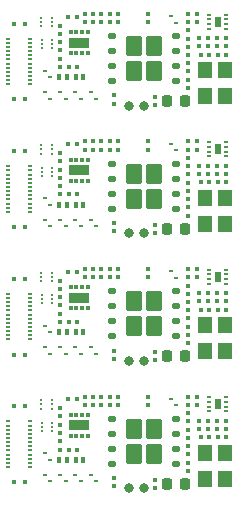
<source format=gbp>
G04 #@! TF.GenerationSoftware,KiCad,Pcbnew,9.0.0*
G04 #@! TF.CreationDate,2025-02-22T20:49:31-05:00*
G04 #@! TF.ProjectId,panel,70616e65-6c2e-46b6-9963-61645f706362,v0.0.2*
G04 #@! TF.SameCoordinates,Original*
G04 #@! TF.FileFunction,Paste,Bot*
G04 #@! TF.FilePolarity,Positive*
%FSLAX46Y46*%
G04 Gerber Fmt 4.6, Leading zero omitted, Abs format (unit mm)*
G04 Created by KiCad (PCBNEW 9.0.0) date 2025-02-22 20:49:31*
%MOMM*%
%LPD*%
G01*
G04 APERTURE LIST*
G04 Aperture macros list*
%AMRoundRect*
0 Rectangle with rounded corners*
0 $1 Rounding radius*
0 $2 $3 $4 $5 $6 $7 $8 $9 X,Y pos of 4 corners*
0 Add a 4 corners polygon primitive as box body*
4,1,4,$2,$3,$4,$5,$6,$7,$8,$9,$2,$3,0*
0 Add four circle primitives for the rounded corners*
1,1,$1+$1,$2,$3*
1,1,$1+$1,$4,$5*
1,1,$1+$1,$6,$7*
1,1,$1+$1,$8,$9*
0 Add four rect primitives between the rounded corners*
20,1,$1+$1,$2,$3,$4,$5,0*
20,1,$1+$1,$4,$5,$6,$7,0*
20,1,$1+$1,$6,$7,$8,$9,0*
20,1,$1+$1,$8,$9,$2,$3,0*%
G04 Aperture macros list end*
%ADD10RoundRect,0.079500X-0.100500X0.079500X-0.100500X-0.079500X0.100500X-0.079500X0.100500X0.079500X0*%
%ADD11R,0.280000X0.100000*%
%ADD12R,0.350000X0.150000*%
%ADD13RoundRect,0.050000X0.050000X0.050000X-0.050000X0.050000X-0.050000X-0.050000X0.050000X-0.050000X0*%
%ADD14RoundRect,0.079500X0.100500X-0.079500X0.100500X0.079500X-0.100500X0.079500X-0.100500X-0.079500X0*%
%ADD15R,0.350000X0.600000*%
%ADD16RoundRect,0.079500X0.079500X0.100500X-0.079500X0.100500X-0.079500X-0.100500X0.079500X-0.100500X0*%
%ADD17R,0.400000X0.180000*%
%ADD18R,0.380000X0.400000*%
%ADD19R,0.400000X0.200000*%
%ADD20R,0.500000X0.900000*%
%ADD21C,0.800000*%
%ADD22RoundRect,0.250000X0.435000X0.615000X-0.435000X0.615000X-0.435000X-0.615000X0.435000X-0.615000X0*%
%ADD23RoundRect,0.125000X0.250000X0.125000X-0.250000X0.125000X-0.250000X-0.125000X0.250000X-0.125000X0*%
%ADD24RoundRect,0.225000X0.225000X0.250000X-0.225000X0.250000X-0.225000X-0.250000X0.225000X-0.250000X0*%
%ADD25RoundRect,0.079500X-0.079500X-0.100500X0.079500X-0.100500X0.079500X0.100500X-0.079500X0.100500X0*%
%ADD26R,0.300000X0.450000*%
%ADD27R,1.700000X0.900000*%
%ADD28R,1.200000X1.400000*%
G04 APERTURE END LIST*
D10*
G04 #@! TO.C,R8*
X33710000Y-25615000D03*
X33710000Y-26305000D03*
G04 #@! TD*
G04 #@! TO.C,R3*
X41980000Y-16875000D03*
X41980000Y-17565000D03*
G04 #@! TD*
G04 #@! TO.C,C5*
X41010000Y-42005000D03*
X41010000Y-42695000D03*
G04 #@! TD*
D11*
G04 #@! TO.C,Q5*
X30710000Y-32180000D03*
X30710000Y-32480000D03*
D12*
X30680000Y-32800000D03*
D11*
X30170000Y-32880000D03*
X30170000Y-32580000D03*
D12*
X30200000Y-32250000D03*
G04 #@! TD*
D11*
G04 #@! TO.C,Q7*
X32010000Y-32180000D03*
X32010000Y-32480000D03*
D12*
X31980000Y-32800000D03*
D11*
X31470000Y-32880000D03*
X31470000Y-32580000D03*
D12*
X31500000Y-32250000D03*
G04 #@! TD*
D11*
G04 #@! TO.C,Q2*
X29420000Y-19550000D03*
X29420000Y-19850000D03*
D12*
X29390000Y-20170000D03*
D11*
X28880000Y-20250000D03*
X28880000Y-19950000D03*
D12*
X28910000Y-19620000D03*
G04 #@! TD*
D13*
G04 #@! TO.C,Q3*
X29540000Y-27830000D03*
X29540000Y-28180000D03*
X29540000Y-28530000D03*
X28640000Y-28530000D03*
X28640000Y-28180000D03*
X28640000Y-27830000D03*
G04 #@! TD*
D14*
G04 #@! TO.C,C13*
X34780000Y-33215000D03*
X34780000Y-32525000D03*
G04 #@! TD*
D15*
G04 #@! TO.C,D5*
X31525000Y-52570000D03*
X32175000Y-52570000D03*
G04 #@! TD*
D14*
G04 #@! TO.C,C6*
X41010000Y-19695000D03*
X41010000Y-19005000D03*
G04 #@! TD*
D10*
G04 #@! TO.C,R1*
X43500000Y-49275000D03*
X43500000Y-49965000D03*
G04 #@! TD*
D11*
G04 #@! TO.C,Q6*
X29410000Y-53780000D03*
X29410000Y-54080000D03*
D12*
X29380000Y-54400000D03*
D11*
X28870000Y-54480000D03*
X28870000Y-54180000D03*
D12*
X28900000Y-53850000D03*
G04 #@! TD*
D16*
G04 #@! TO.C,R5*
X42835000Y-39870000D03*
X42145000Y-39870000D03*
G04 #@! TD*
D14*
G04 #@! TO.C,C15*
X35110000Y-26305000D03*
X35110000Y-25615000D03*
G04 #@! TD*
D16*
G04 #@! TO.C,R7*
X33005000Y-36420000D03*
X32315000Y-36420000D03*
G04 #@! TD*
D17*
G04 #@! TO.C,J3*
X27700000Y-16920000D03*
X27700000Y-17270000D03*
X27700000Y-17630000D03*
X27700000Y-17980000D03*
X27700000Y-18330000D03*
X27700000Y-18680000D03*
X27700000Y-19030000D03*
X27700000Y-19380000D03*
X27700000Y-19730000D03*
X27700000Y-20080000D03*
X27700000Y-20430000D03*
X27700000Y-20780000D03*
X25800000Y-20780000D03*
X25800000Y-20430000D03*
X25800000Y-20080000D03*
X25800000Y-19730000D03*
X25800000Y-19380000D03*
X25800000Y-19030000D03*
X25800000Y-18680000D03*
X25800000Y-18330000D03*
X25800000Y-17980000D03*
X25800000Y-17630000D03*
X25800000Y-17270000D03*
X25800000Y-16920000D03*
D18*
X27230000Y-15650000D03*
X26270000Y-15650000D03*
X27230000Y-22060000D03*
X26270000Y-22060000D03*
G04 #@! TD*
D14*
G04 #@! TO.C,C3*
X34410000Y-26305000D03*
X34410000Y-25615000D03*
G04 #@! TD*
D11*
G04 #@! TO.C,Q1*
X40089896Y-14950000D03*
X40089896Y-15250000D03*
D12*
X40059896Y-15570000D03*
D11*
X39549896Y-15650000D03*
X39549896Y-15350000D03*
D12*
X39579896Y-15020000D03*
G04 #@! TD*
D10*
G04 #@! TO.C,C5*
X41010000Y-52805000D03*
X41010000Y-53495000D03*
G04 #@! TD*
D16*
G04 #@! TO.C,R7*
X33005000Y-14820000D03*
X32315000Y-14820000D03*
G04 #@! TD*
D19*
G04 #@! TO.C,U1*
X44250000Y-47275000D03*
X44250000Y-47675000D03*
X44250000Y-48075000D03*
X44250000Y-48475000D03*
X42850000Y-48475000D03*
X42850000Y-48075000D03*
X42850000Y-47675000D03*
X42850000Y-47275000D03*
D20*
X43550000Y-47875000D03*
G04 #@! TD*
D21*
G04 #@! TO.C,J2*
X37330000Y-22580000D03*
G04 #@! TD*
D16*
G04 #@! TO.C,R17*
X31615000Y-51710000D03*
X30925000Y-51710000D03*
G04 #@! TD*
D11*
G04 #@! TO.C,Q8*
X33310000Y-42980000D03*
X33310000Y-43280000D03*
D12*
X33280000Y-43600000D03*
D11*
X32770000Y-43680000D03*
X32770000Y-43380000D03*
D12*
X32800000Y-43050000D03*
G04 #@! TD*
D16*
G04 #@! TO.C,R17*
X31615000Y-30110000D03*
X30925000Y-30110000D03*
G04 #@! TD*
D13*
G04 #@! TO.C,Q4*
X29520000Y-36740000D03*
X29520000Y-37090000D03*
X29520000Y-37440000D03*
X28620000Y-37440000D03*
X28620000Y-37090000D03*
X28620000Y-36740000D03*
G04 #@! TD*
D10*
G04 #@! TO.C,R19*
X30240000Y-26615000D03*
X30240000Y-27305000D03*
G04 #@! TD*
G04 #@! TO.C,R2*
X44230000Y-16875000D03*
X44230000Y-17565000D03*
G04 #@! TD*
D21*
G04 #@! TO.C,J2*
X37330000Y-54980000D03*
G04 #@! TD*
D22*
G04 #@! TO.C,U3*
X38180000Y-19685000D03*
X38180000Y-17535000D03*
X36480000Y-19685000D03*
X36480000Y-17535000D03*
D23*
X40030000Y-16705000D03*
X40030000Y-17975000D03*
X40030000Y-19245000D03*
X40030000Y-20515000D03*
X34630000Y-20515000D03*
X34630000Y-19245000D03*
X34630000Y-17975000D03*
X34630000Y-16705000D03*
G04 #@! TD*
D16*
G04 #@! TO.C,C20*
X33005000Y-37120000D03*
X32315000Y-37120000D03*
G04 #@! TD*
D10*
G04 #@! TO.C,C1*
X41830000Y-14815000D03*
X41830000Y-15505000D03*
G04 #@! TD*
D16*
G04 #@! TO.C,R7*
X33005000Y-47220000D03*
X32315000Y-47220000D03*
G04 #@! TD*
D13*
G04 #@! TO.C,Q4*
X29520000Y-15140000D03*
X29520000Y-15490000D03*
X29520000Y-15840000D03*
X28620000Y-15840000D03*
X28620000Y-15490000D03*
X28620000Y-15140000D03*
G04 #@! TD*
D14*
G04 #@! TO.C,R16*
X30220000Y-51705000D03*
X30220000Y-51015000D03*
G04 #@! TD*
D11*
G04 #@! TO.C,Q8*
X33310000Y-53780000D03*
X33310000Y-54080000D03*
D12*
X33280000Y-54400000D03*
D11*
X32770000Y-54480000D03*
X32770000Y-54180000D03*
D12*
X32800000Y-53850000D03*
G04 #@! TD*
D15*
G04 #@! TO.C,D6*
X30775000Y-30970000D03*
X30125000Y-30970000D03*
G04 #@! TD*
D10*
G04 #@! TO.C,C16*
X38220000Y-21855000D03*
X38220000Y-22545000D03*
G04 #@! TD*
G04 #@! TO.C,R3*
X41980000Y-27675000D03*
X41980000Y-28365000D03*
G04 #@! TD*
D21*
G04 #@! TO.C,J2*
X37330000Y-33380000D03*
G04 #@! TD*
D14*
G04 #@! TO.C,C6*
X41010000Y-30495000D03*
X41010000Y-29805000D03*
G04 #@! TD*
D11*
G04 #@! TO.C,Q8*
X33310000Y-21380000D03*
X33310000Y-21680000D03*
D12*
X33280000Y-22000000D03*
D11*
X32770000Y-22080000D03*
X32770000Y-21780000D03*
D12*
X32800000Y-21450000D03*
G04 #@! TD*
D14*
G04 #@! TO.C,C6*
X41010000Y-41295000D03*
X41010000Y-40605000D03*
G04 #@! TD*
D10*
G04 #@! TO.C,C5*
X41010000Y-31205000D03*
X41010000Y-31895000D03*
G04 #@! TD*
G04 #@! TO.C,C1*
X41830000Y-25615000D03*
X41830000Y-26305000D03*
G04 #@! TD*
G04 #@! TO.C,R4*
X42700000Y-38475000D03*
X42700000Y-39165000D03*
G04 #@! TD*
D11*
G04 #@! TO.C,Q2*
X29420000Y-51950000D03*
X29420000Y-52250000D03*
D12*
X29390000Y-52570000D03*
D11*
X28880000Y-52650000D03*
X28880000Y-52350000D03*
D12*
X28910000Y-52020000D03*
G04 #@! TD*
D10*
G04 #@! TO.C,R4*
X42700000Y-49275000D03*
X42700000Y-49965000D03*
G04 #@! TD*
D16*
G04 #@! TO.C,C20*
X33005000Y-26320000D03*
X32315000Y-26320000D03*
G04 #@! TD*
D10*
G04 #@! TO.C,R19*
X30240000Y-15815000D03*
X30240000Y-16505000D03*
G04 #@! TD*
D14*
G04 #@! TO.C,C12*
X37650000Y-15505000D03*
X37650000Y-14815000D03*
G04 #@! TD*
D11*
G04 #@! TO.C,Q5*
X30710000Y-21380000D03*
X30710000Y-21680000D03*
D12*
X30680000Y-22000000D03*
D11*
X30170000Y-22080000D03*
X30170000Y-21780000D03*
D12*
X30200000Y-21450000D03*
G04 #@! TD*
D11*
G04 #@! TO.C,Q5*
X30710000Y-53780000D03*
X30710000Y-54080000D03*
D12*
X30680000Y-54400000D03*
D11*
X30170000Y-54480000D03*
X30170000Y-54180000D03*
D12*
X30200000Y-53850000D03*
G04 #@! TD*
D11*
G04 #@! TO.C,Q1*
X40089896Y-47350000D03*
X40089896Y-47650000D03*
D12*
X40059896Y-47970000D03*
D11*
X39549896Y-48050000D03*
X39549896Y-47750000D03*
D12*
X39579896Y-47420000D03*
G04 #@! TD*
D14*
G04 #@! TO.C,R15*
X41010000Y-37105000D03*
X41010000Y-36415000D03*
G04 #@! TD*
D10*
G04 #@! TO.C,R2*
X44230000Y-27675000D03*
X44230000Y-28365000D03*
G04 #@! TD*
G04 #@! TO.C,R3*
X41980000Y-38475000D03*
X41980000Y-39165000D03*
G04 #@! TD*
D24*
G04 #@! TO.C,C2*
X40825000Y-54600000D03*
X39275000Y-54600000D03*
G04 #@! TD*
D25*
G04 #@! TO.C,R12*
X30915000Y-47440000D03*
X31605000Y-47440000D03*
G04 #@! TD*
D26*
G04 #@! TO.C,U6*
X32590000Y-18150000D03*
X32090000Y-18150000D03*
X31590000Y-18150000D03*
X31090000Y-18150000D03*
X31090000Y-16350000D03*
X31590000Y-16350000D03*
X32090000Y-16350000D03*
X32590000Y-16350000D03*
D27*
X31840000Y-17250000D03*
G04 #@! TD*
D21*
G04 #@! TO.C,J1*
X36050000Y-22580000D03*
G04 #@! TD*
D16*
G04 #@! TO.C,R5*
X42835000Y-29070000D03*
X42145000Y-29070000D03*
G04 #@! TD*
D14*
G04 #@! TO.C,C15*
X35110000Y-47905000D03*
X35110000Y-47215000D03*
G04 #@! TD*
G04 #@! TO.C,C13*
X34780000Y-54815000D03*
X34780000Y-54125000D03*
G04 #@! TD*
D15*
G04 #@! TO.C,D5*
X31525000Y-30970000D03*
X32175000Y-30970000D03*
G04 #@! TD*
D28*
G04 #@! TO.C,Y1*
X42440000Y-43400000D03*
X42440000Y-41200000D03*
X44140000Y-41200000D03*
X44140000Y-43400000D03*
G04 #@! TD*
D25*
G04 #@! TO.C,R12*
X30915000Y-15040000D03*
X31605000Y-15040000D03*
G04 #@! TD*
D28*
G04 #@! TO.C,Y1*
X42440000Y-32600000D03*
X42440000Y-30400000D03*
X44140000Y-30400000D03*
X44140000Y-32600000D03*
G04 #@! TD*
D14*
G04 #@! TO.C,C12*
X37650000Y-47905000D03*
X37650000Y-47215000D03*
G04 #@! TD*
D22*
G04 #@! TO.C,U3*
X38180000Y-30485000D03*
X38180000Y-28335000D03*
X36480000Y-30485000D03*
X36480000Y-28335000D03*
D23*
X40030000Y-27505000D03*
X40030000Y-28775000D03*
X40030000Y-30045000D03*
X40030000Y-31315000D03*
X34630000Y-31315000D03*
X34630000Y-30045000D03*
X34630000Y-28775000D03*
X34630000Y-27505000D03*
G04 #@! TD*
D11*
G04 #@! TO.C,Q5*
X30710000Y-42980000D03*
X30710000Y-43280000D03*
D12*
X30680000Y-43600000D03*
D11*
X30170000Y-43680000D03*
X30170000Y-43380000D03*
D12*
X30200000Y-43050000D03*
G04 #@! TD*
D16*
G04 #@! TO.C,C20*
X33005000Y-47920000D03*
X32315000Y-47920000D03*
G04 #@! TD*
D10*
G04 #@! TO.C,R8*
X33710000Y-36415000D03*
X33710000Y-37105000D03*
G04 #@! TD*
G04 #@! TO.C,R2*
X44230000Y-49275000D03*
X44230000Y-49965000D03*
G04 #@! TD*
G04 #@! TO.C,R4*
X42700000Y-16875000D03*
X42700000Y-17565000D03*
G04 #@! TD*
G04 #@! TO.C,R1*
X43500000Y-16875000D03*
X43500000Y-17565000D03*
G04 #@! TD*
D19*
G04 #@! TO.C,U1*
X44250000Y-36475000D03*
X44250000Y-36875000D03*
X44250000Y-37275000D03*
X44250000Y-37675000D03*
X42850000Y-37675000D03*
X42850000Y-37275000D03*
X42850000Y-36875000D03*
X42850000Y-36475000D03*
D20*
X43550000Y-37075000D03*
G04 #@! TD*
D10*
G04 #@! TO.C,R19*
X30240000Y-48215000D03*
X30240000Y-48905000D03*
G04 #@! TD*
D15*
G04 #@! TO.C,D5*
X31525000Y-41770000D03*
X32175000Y-41770000D03*
G04 #@! TD*
D24*
G04 #@! TO.C,C2*
X40825000Y-22200000D03*
X39275000Y-22200000D03*
G04 #@! TD*
D16*
G04 #@! TO.C,C20*
X33005000Y-15520000D03*
X32315000Y-15520000D03*
G04 #@! TD*
D15*
G04 #@! TO.C,D6*
X30775000Y-52570000D03*
X30125000Y-52570000D03*
G04 #@! TD*
D17*
G04 #@! TO.C,J3*
X27700000Y-49320000D03*
X27700000Y-49670000D03*
X27700000Y-50030000D03*
X27700000Y-50380000D03*
X27700000Y-50730000D03*
X27700000Y-51080000D03*
X27700000Y-51430000D03*
X27700000Y-51780000D03*
X27700000Y-52130000D03*
X27700000Y-52480000D03*
X27700000Y-52830000D03*
X27700000Y-53180000D03*
X25800000Y-53180000D03*
X25800000Y-52830000D03*
X25800000Y-52480000D03*
X25800000Y-52130000D03*
X25800000Y-51780000D03*
X25800000Y-51430000D03*
X25800000Y-51080000D03*
X25800000Y-50730000D03*
X25800000Y-50380000D03*
X25800000Y-50030000D03*
X25800000Y-49670000D03*
X25800000Y-49320000D03*
D18*
X27230000Y-48050000D03*
X26270000Y-48050000D03*
X27230000Y-54460000D03*
X26270000Y-54460000D03*
G04 #@! TD*
D14*
G04 #@! TO.C,R15*
X41010000Y-15505000D03*
X41010000Y-14815000D03*
G04 #@! TD*
D10*
G04 #@! TO.C,R8*
X33710000Y-47215000D03*
X33710000Y-47905000D03*
G04 #@! TD*
D16*
G04 #@! TO.C,R7*
X33005000Y-25620000D03*
X32315000Y-25620000D03*
G04 #@! TD*
D11*
G04 #@! TO.C,Q1*
X40089896Y-25750000D03*
X40089896Y-26050000D03*
D12*
X40059896Y-26370000D03*
D11*
X39549896Y-26450000D03*
X39549896Y-26150000D03*
D12*
X39579896Y-25820000D03*
G04 #@! TD*
D17*
G04 #@! TO.C,J3*
X27700000Y-38520000D03*
X27700000Y-38870000D03*
X27700000Y-39230000D03*
X27700000Y-39580000D03*
X27700000Y-39930000D03*
X27700000Y-40280000D03*
X27700000Y-40630000D03*
X27700000Y-40980000D03*
X27700000Y-41330000D03*
X27700000Y-41680000D03*
X27700000Y-42030000D03*
X27700000Y-42380000D03*
X25800000Y-42380000D03*
X25800000Y-42030000D03*
X25800000Y-41680000D03*
X25800000Y-41330000D03*
X25800000Y-40980000D03*
X25800000Y-40630000D03*
X25800000Y-40280000D03*
X25800000Y-39930000D03*
X25800000Y-39580000D03*
X25800000Y-39230000D03*
X25800000Y-38870000D03*
X25800000Y-38520000D03*
D18*
X27230000Y-37250000D03*
X26270000Y-37250000D03*
X27230000Y-43660000D03*
X26270000Y-43660000D03*
G04 #@! TD*
D11*
G04 #@! TO.C,Q6*
X29410000Y-42980000D03*
X29410000Y-43280000D03*
D12*
X29380000Y-43600000D03*
D11*
X28870000Y-43680000D03*
X28870000Y-43380000D03*
D12*
X28900000Y-43050000D03*
G04 #@! TD*
D14*
G04 #@! TO.C,R15*
X41010000Y-47905000D03*
X41010000Y-47215000D03*
G04 #@! TD*
D11*
G04 #@! TO.C,Q7*
X32010000Y-42980000D03*
X32010000Y-43280000D03*
D12*
X31980000Y-43600000D03*
D11*
X31470000Y-43680000D03*
X31470000Y-43380000D03*
D12*
X31500000Y-43050000D03*
G04 #@! TD*
D10*
G04 #@! TO.C,R6*
X41010000Y-37815000D03*
X41010000Y-38505000D03*
G04 #@! TD*
D11*
G04 #@! TO.C,Q2*
X29420000Y-41150000D03*
X29420000Y-41450000D03*
D12*
X29390000Y-41770000D03*
D11*
X28880000Y-41850000D03*
X28880000Y-41550000D03*
D12*
X28910000Y-41220000D03*
G04 #@! TD*
D19*
G04 #@! TO.C,U1*
X44250000Y-14875000D03*
X44250000Y-15275000D03*
X44250000Y-15675000D03*
X44250000Y-16075000D03*
X42850000Y-16075000D03*
X42850000Y-15675000D03*
X42850000Y-15275000D03*
X42850000Y-14875000D03*
D20*
X43550000Y-15475000D03*
G04 #@! TD*
D11*
G04 #@! TO.C,Q7*
X32010000Y-21380000D03*
X32010000Y-21680000D03*
D12*
X31980000Y-22000000D03*
D11*
X31470000Y-22080000D03*
X31470000Y-21780000D03*
D12*
X31500000Y-21450000D03*
G04 #@! TD*
D26*
G04 #@! TO.C,U6*
X32590000Y-39750000D03*
X32090000Y-39750000D03*
X31590000Y-39750000D03*
X31090000Y-39750000D03*
X31090000Y-37950000D03*
X31590000Y-37950000D03*
X32090000Y-37950000D03*
X32590000Y-37950000D03*
D27*
X31840000Y-38850000D03*
G04 #@! TD*
D14*
G04 #@! TO.C,C3*
X34410000Y-15505000D03*
X34410000Y-14815000D03*
G04 #@! TD*
D10*
G04 #@! TO.C,R19*
X30240000Y-37415000D03*
X30240000Y-38105000D03*
G04 #@! TD*
D21*
G04 #@! TO.C,J1*
X36050000Y-44180000D03*
G04 #@! TD*
D17*
G04 #@! TO.C,J3*
X27700000Y-27720000D03*
X27700000Y-28070000D03*
X27700000Y-28430000D03*
X27700000Y-28780000D03*
X27700000Y-29130000D03*
X27700000Y-29480000D03*
X27700000Y-29830000D03*
X27700000Y-30180000D03*
X27700000Y-30530000D03*
X27700000Y-30880000D03*
X27700000Y-31230000D03*
X27700000Y-31580000D03*
X25800000Y-31580000D03*
X25800000Y-31230000D03*
X25800000Y-30880000D03*
X25800000Y-30530000D03*
X25800000Y-30180000D03*
X25800000Y-29830000D03*
X25800000Y-29480000D03*
X25800000Y-29130000D03*
X25800000Y-28780000D03*
X25800000Y-28430000D03*
X25800000Y-28070000D03*
X25800000Y-27720000D03*
D18*
X27230000Y-26450000D03*
X26270000Y-26450000D03*
X27230000Y-32860000D03*
X26270000Y-32860000D03*
G04 #@! TD*
D26*
G04 #@! TO.C,U6*
X32590000Y-50550000D03*
X32090000Y-50550000D03*
X31590000Y-50550000D03*
X31090000Y-50550000D03*
X31090000Y-48750000D03*
X31590000Y-48750000D03*
X32090000Y-48750000D03*
X32590000Y-48750000D03*
D27*
X31840000Y-49650000D03*
G04 #@! TD*
D14*
G04 #@! TO.C,C3*
X34410000Y-37105000D03*
X34410000Y-36415000D03*
G04 #@! TD*
G04 #@! TO.C,C11*
X41009891Y-39902149D03*
X41009891Y-39212149D03*
G04 #@! TD*
D16*
G04 #@! TO.C,R17*
X31615000Y-19310000D03*
X30925000Y-19310000D03*
G04 #@! TD*
G04 #@! TO.C,C4*
X44235000Y-18270000D03*
X43545000Y-18270000D03*
G04 #@! TD*
D10*
G04 #@! TO.C,R1*
X43500000Y-38475000D03*
X43500000Y-39165000D03*
G04 #@! TD*
D14*
G04 #@! TO.C,C11*
X41009891Y-18302149D03*
X41009891Y-17612149D03*
G04 #@! TD*
D28*
G04 #@! TO.C,Y1*
X42440000Y-54200000D03*
X42440000Y-52000000D03*
X44140000Y-52000000D03*
X44140000Y-54200000D03*
G04 #@! TD*
D14*
G04 #@! TO.C,C13*
X34780000Y-22415000D03*
X34780000Y-21725000D03*
G04 #@! TD*
D11*
G04 #@! TO.C,Q7*
X32010000Y-53780000D03*
X32010000Y-54080000D03*
D12*
X31980000Y-54400000D03*
D11*
X31470000Y-54480000D03*
X31470000Y-54180000D03*
D12*
X31500000Y-53850000D03*
G04 #@! TD*
D16*
G04 #@! TO.C,R5*
X42835000Y-18270000D03*
X42145000Y-18270000D03*
G04 #@! TD*
G04 #@! TO.C,C4*
X44235000Y-50670000D03*
X43545000Y-50670000D03*
G04 #@! TD*
D21*
G04 #@! TO.C,J2*
X37330000Y-44180000D03*
G04 #@! TD*
D13*
G04 #@! TO.C,Q3*
X29540000Y-49430000D03*
X29540000Y-49780000D03*
X29540000Y-50130000D03*
X28640000Y-50130000D03*
X28640000Y-49780000D03*
X28640000Y-49430000D03*
G04 #@! TD*
D16*
G04 #@! TO.C,C4*
X44235000Y-39870000D03*
X43545000Y-39870000D03*
G04 #@! TD*
D14*
G04 #@! TO.C,C15*
X35110000Y-15505000D03*
X35110000Y-14815000D03*
G04 #@! TD*
D11*
G04 #@! TO.C,Q1*
X40089896Y-36550000D03*
X40089896Y-36850000D03*
D12*
X40059896Y-37170000D03*
D11*
X39549896Y-37250000D03*
X39549896Y-36950000D03*
D12*
X39579896Y-36620000D03*
G04 #@! TD*
D14*
G04 #@! TO.C,C12*
X37650000Y-26305000D03*
X37650000Y-25615000D03*
G04 #@! TD*
D22*
G04 #@! TO.C,U3*
X38180000Y-41285000D03*
X38180000Y-39135000D03*
X36480000Y-41285000D03*
X36480000Y-39135000D03*
D23*
X40030000Y-38305000D03*
X40030000Y-39575000D03*
X40030000Y-40845000D03*
X40030000Y-42115000D03*
X34630000Y-42115000D03*
X34630000Y-40845000D03*
X34630000Y-39575000D03*
X34630000Y-38305000D03*
G04 #@! TD*
D14*
G04 #@! TO.C,R16*
X30220000Y-19305000D03*
X30220000Y-18615000D03*
G04 #@! TD*
D24*
G04 #@! TO.C,C2*
X40825000Y-43800000D03*
X39275000Y-43800000D03*
G04 #@! TD*
D25*
G04 #@! TO.C,R12*
X30915000Y-25840000D03*
X31605000Y-25840000D03*
G04 #@! TD*
D11*
G04 #@! TO.C,Q6*
X29410000Y-32180000D03*
X29410000Y-32480000D03*
D12*
X29380000Y-32800000D03*
D11*
X28870000Y-32880000D03*
X28870000Y-32580000D03*
D12*
X28900000Y-32250000D03*
G04 #@! TD*
D15*
G04 #@! TO.C,D5*
X31525000Y-20170000D03*
X32175000Y-20170000D03*
G04 #@! TD*
D14*
G04 #@! TO.C,C3*
X34410000Y-47905000D03*
X34410000Y-47215000D03*
G04 #@! TD*
D10*
G04 #@! TO.C,R18*
X30240000Y-17215000D03*
X30240000Y-17905000D03*
G04 #@! TD*
D14*
G04 #@! TO.C,C6*
X41010000Y-52095000D03*
X41010000Y-51405000D03*
G04 #@! TD*
D10*
G04 #@! TO.C,C5*
X41010000Y-20405000D03*
X41010000Y-21095000D03*
G04 #@! TD*
G04 #@! TO.C,C1*
X41830000Y-36415000D03*
X41830000Y-37105000D03*
G04 #@! TD*
D21*
G04 #@! TO.C,J1*
X36050000Y-54980000D03*
G04 #@! TD*
D14*
G04 #@! TO.C,C11*
X41009891Y-50702149D03*
X41009891Y-50012149D03*
G04 #@! TD*
D10*
G04 #@! TO.C,R6*
X41010000Y-16215000D03*
X41010000Y-16905000D03*
G04 #@! TD*
D15*
G04 #@! TO.C,D6*
X30775000Y-41770000D03*
X30125000Y-41770000D03*
G04 #@! TD*
D28*
G04 #@! TO.C,Y1*
X42440000Y-21800000D03*
X42440000Y-19600000D03*
X44140000Y-19600000D03*
X44140000Y-21800000D03*
G04 #@! TD*
D22*
G04 #@! TO.C,U3*
X38180000Y-52085000D03*
X38180000Y-49935000D03*
X36480000Y-52085000D03*
X36480000Y-49935000D03*
D23*
X40030000Y-49105000D03*
X40030000Y-50375000D03*
X40030000Y-51645000D03*
X40030000Y-52915000D03*
X34630000Y-52915000D03*
X34630000Y-51645000D03*
X34630000Y-50375000D03*
X34630000Y-49105000D03*
G04 #@! TD*
D11*
G04 #@! TO.C,Q6*
X29410000Y-21380000D03*
X29410000Y-21680000D03*
D12*
X29380000Y-22000000D03*
D11*
X28870000Y-22080000D03*
X28870000Y-21780000D03*
D12*
X28900000Y-21450000D03*
G04 #@! TD*
D14*
G04 #@! TO.C,R16*
X30220000Y-30105000D03*
X30220000Y-29415000D03*
G04 #@! TD*
D10*
G04 #@! TO.C,R2*
X44230000Y-38475000D03*
X44230000Y-39165000D03*
G04 #@! TD*
D11*
G04 #@! TO.C,Q8*
X33310000Y-32180000D03*
X33310000Y-32480000D03*
D12*
X33280000Y-32800000D03*
D11*
X32770000Y-32880000D03*
X32770000Y-32580000D03*
D12*
X32800000Y-32250000D03*
G04 #@! TD*
D10*
G04 #@! TO.C,R6*
X41010000Y-27015000D03*
X41010000Y-27705000D03*
G04 #@! TD*
D26*
G04 #@! TO.C,U6*
X32590000Y-28950000D03*
X32090000Y-28950000D03*
X31590000Y-28950000D03*
X31090000Y-28950000D03*
X31090000Y-27150000D03*
X31590000Y-27150000D03*
X32090000Y-27150000D03*
X32590000Y-27150000D03*
D27*
X31840000Y-28050000D03*
G04 #@! TD*
D10*
G04 #@! TO.C,R1*
X43500000Y-27675000D03*
X43500000Y-28365000D03*
G04 #@! TD*
D16*
G04 #@! TO.C,R5*
X42835000Y-50670000D03*
X42145000Y-50670000D03*
G04 #@! TD*
G04 #@! TO.C,C4*
X44235000Y-29070000D03*
X43545000Y-29070000D03*
G04 #@! TD*
D10*
G04 #@! TO.C,C16*
X38220000Y-43455000D03*
X38220000Y-44145000D03*
G04 #@! TD*
G04 #@! TO.C,R3*
X41980000Y-49275000D03*
X41980000Y-49965000D03*
G04 #@! TD*
D14*
G04 #@! TO.C,C15*
X35110000Y-37105000D03*
X35110000Y-36415000D03*
G04 #@! TD*
D25*
G04 #@! TO.C,R12*
X30915000Y-36640000D03*
X31605000Y-36640000D03*
G04 #@! TD*
D13*
G04 #@! TO.C,Q4*
X29520000Y-47540000D03*
X29520000Y-47890000D03*
X29520000Y-48240000D03*
X28620000Y-48240000D03*
X28620000Y-47890000D03*
X28620000Y-47540000D03*
G04 #@! TD*
D14*
G04 #@! TO.C,R15*
X41010000Y-26305000D03*
X41010000Y-25615000D03*
G04 #@! TD*
D10*
G04 #@! TO.C,R18*
X30240000Y-28015000D03*
X30240000Y-28705000D03*
G04 #@! TD*
G04 #@! TO.C,R18*
X30240000Y-49615000D03*
X30240000Y-50305000D03*
G04 #@! TD*
D15*
G04 #@! TO.C,D6*
X30775000Y-20170000D03*
X30125000Y-20170000D03*
G04 #@! TD*
D10*
G04 #@! TO.C,R4*
X42700000Y-27675000D03*
X42700000Y-28365000D03*
G04 #@! TD*
D14*
G04 #@! TO.C,C11*
X41009891Y-29102149D03*
X41009891Y-28412149D03*
G04 #@! TD*
D10*
G04 #@! TO.C,C16*
X38220000Y-32655000D03*
X38220000Y-33345000D03*
G04 #@! TD*
G04 #@! TO.C,C16*
X38220000Y-54255000D03*
X38220000Y-54945000D03*
G04 #@! TD*
G04 #@! TO.C,R8*
X33710000Y-14815000D03*
X33710000Y-15505000D03*
G04 #@! TD*
D13*
G04 #@! TO.C,Q3*
X29540000Y-17030000D03*
X29540000Y-17380000D03*
X29540000Y-17730000D03*
X28640000Y-17730000D03*
X28640000Y-17380000D03*
X28640000Y-17030000D03*
G04 #@! TD*
G04 #@! TO.C,Q3*
X29540000Y-38630000D03*
X29540000Y-38980000D03*
X29540000Y-39330000D03*
X28640000Y-39330000D03*
X28640000Y-38980000D03*
X28640000Y-38630000D03*
G04 #@! TD*
D19*
G04 #@! TO.C,U1*
X44250000Y-25675000D03*
X44250000Y-26075000D03*
X44250000Y-26475000D03*
X44250000Y-26875000D03*
X42850000Y-26875000D03*
X42850000Y-26475000D03*
X42850000Y-26075000D03*
X42850000Y-25675000D03*
D20*
X43550000Y-26275000D03*
G04 #@! TD*
D11*
G04 #@! TO.C,Q2*
X29420000Y-30350000D03*
X29420000Y-30650000D03*
D12*
X29390000Y-30970000D03*
D11*
X28880000Y-31050000D03*
X28880000Y-30750000D03*
D12*
X28910000Y-30420000D03*
G04 #@! TD*
D16*
G04 #@! TO.C,R17*
X31615000Y-40910000D03*
X30925000Y-40910000D03*
G04 #@! TD*
D13*
G04 #@! TO.C,Q4*
X29520000Y-25940000D03*
X29520000Y-26290000D03*
X29520000Y-26640000D03*
X28620000Y-26640000D03*
X28620000Y-26290000D03*
X28620000Y-25940000D03*
G04 #@! TD*
D14*
G04 #@! TO.C,C12*
X37650000Y-37105000D03*
X37650000Y-36415000D03*
G04 #@! TD*
D24*
G04 #@! TO.C,C2*
X40825000Y-33000000D03*
X39275000Y-33000000D03*
G04 #@! TD*
D21*
G04 #@! TO.C,J1*
X36050000Y-33380000D03*
G04 #@! TD*
D10*
G04 #@! TO.C,R18*
X30240000Y-38815000D03*
X30240000Y-39505000D03*
G04 #@! TD*
D14*
G04 #@! TO.C,R16*
X30220000Y-40905000D03*
X30220000Y-40215000D03*
G04 #@! TD*
D10*
G04 #@! TO.C,C1*
X41830000Y-47215000D03*
X41830000Y-47905000D03*
G04 #@! TD*
G04 #@! TO.C,R6*
X41010000Y-48615000D03*
X41010000Y-49305000D03*
G04 #@! TD*
D14*
G04 #@! TO.C,C13*
X34780000Y-44015000D03*
X34780000Y-43325000D03*
G04 #@! TD*
M02*

</source>
